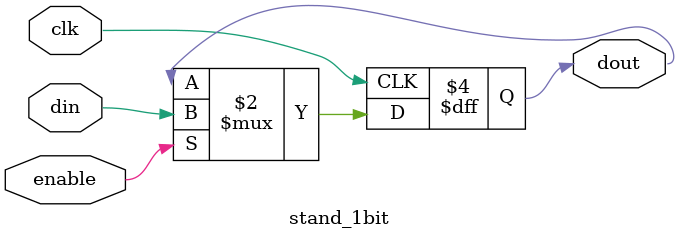
<source format=v>
`timescale 1ns / 1ps
module stand_1bit(
   input clk,
	input enable,
	input din,
	output reg dout
    );
	 
	 /** 
	 * Always checking for positive edge of clock to make the changes
	 * on output , based on the input and register enable status.
	 *
	 */
	 always @ ( posedge clk ) begin
		if ( enable ) dout <= din;
	 end

endmodule

</source>
